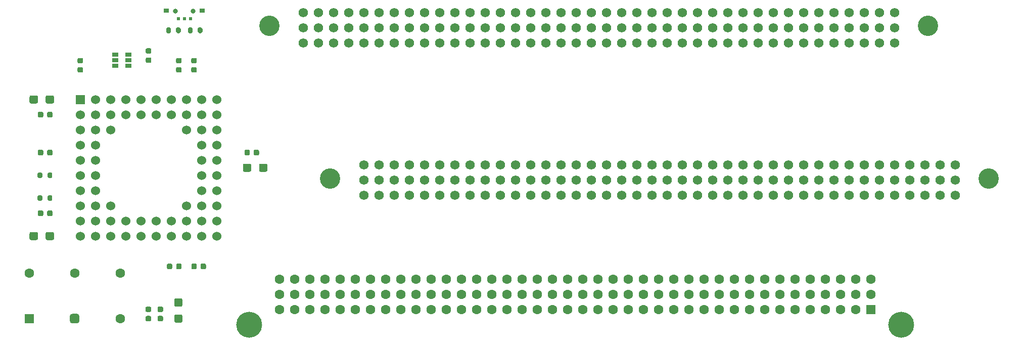
<source format=gbr>
%TF.GenerationSoftware,KiCad,Pcbnew,5.1.9+dfsg1-1~bpo10+1*%
%TF.CreationDate,2024-01-08T18:09:37+01:00*%
%TF.ProjectId,IIsiPDSAdapter,49497369-5044-4534-9164-61707465722e,rev?*%
%TF.SameCoordinates,Original*%
%TF.FileFunction,Soldermask,Top*%
%TF.FilePolarity,Negative*%
%FSLAX46Y46*%
G04 Gerber Fmt 4.6, Leading zero omitted, Abs format (unit mm)*
G04 Created by KiCad (PCBNEW 5.1.9+dfsg1-1~bpo10+1) date 2024-01-08 18:09:37*
%MOMM*%
%LPD*%
G01*
G04 APERTURE LIST*
%ADD10C,3.403600*%
%ADD11C,1.574800*%
%ADD12C,0.800000*%
%ADD13R,0.900000X0.700000*%
%ADD14R,0.600000X0.510000*%
%ADD15C,1.600000*%
%ADD16R,1.600000X1.600000*%
%ADD17R,1.060000X0.650000*%
%ADD18C,1.524000*%
%ADD19R,1.524000X1.524000*%
%ADD20C,4.335000*%
%ADD21C,1.605000*%
%ADD22R,1.605000X1.605000*%
G04 APERTURE END LIST*
D10*
%TO.C,J4*%
X219746100Y-128035200D03*
X109433900Y-128035200D03*
D11*
X115060000Y-130880000D03*
X117600000Y-130880000D03*
X120140000Y-130880000D03*
X122680000Y-130880000D03*
X125220000Y-130880000D03*
X127760000Y-130880000D03*
X130300000Y-130880000D03*
X132840000Y-130880000D03*
X135380000Y-130880000D03*
X137920000Y-130880000D03*
X140460000Y-130880000D03*
X143000000Y-130880000D03*
X145540000Y-130880000D03*
X148080000Y-130880000D03*
X150620000Y-130880000D03*
X153160000Y-130880000D03*
X155700000Y-130880000D03*
X158240000Y-130880000D03*
X160780000Y-130880000D03*
X163320000Y-130880000D03*
X165860000Y-130880000D03*
X168400000Y-130880000D03*
X170940000Y-130880000D03*
X173480000Y-130880000D03*
X176020000Y-130880000D03*
X178560000Y-130880000D03*
X181100000Y-130880000D03*
X183640000Y-130880000D03*
X186180000Y-130880000D03*
X188720000Y-130880000D03*
X191260000Y-130880000D03*
X193800000Y-130880000D03*
X196340000Y-130880000D03*
X198880000Y-130880000D03*
X201420000Y-130880000D03*
X203960000Y-130880000D03*
X206500000Y-130880000D03*
X209040000Y-130880000D03*
X211580000Y-130880000D03*
X214120000Y-130880000D03*
X115060000Y-128340000D03*
X117600000Y-128340000D03*
X120140000Y-128340000D03*
X122680000Y-128340000D03*
X125220000Y-128340000D03*
X127760000Y-128340000D03*
X130300000Y-128340000D03*
X132840000Y-128340000D03*
X135380000Y-128340000D03*
X137920000Y-128340000D03*
X140460000Y-128340000D03*
X143000000Y-128340000D03*
X145540000Y-128340000D03*
X148080000Y-128340000D03*
X150620000Y-128340000D03*
X153160000Y-128340000D03*
X155700000Y-128340000D03*
X158240000Y-128340000D03*
X160780000Y-128340000D03*
X163320000Y-128340000D03*
X165860000Y-128340000D03*
X168400000Y-128340000D03*
X170940000Y-128340000D03*
X173480000Y-128340000D03*
X176020000Y-128340000D03*
X178560000Y-128340000D03*
X181100000Y-128340000D03*
X183640000Y-128340000D03*
X186180000Y-128340000D03*
X188720000Y-128340000D03*
X191260000Y-128340000D03*
X193800000Y-128340000D03*
X196340000Y-128340000D03*
X198880000Y-128340000D03*
X201420000Y-128340000D03*
X203960000Y-128340000D03*
X206500000Y-128340000D03*
X209040000Y-128340000D03*
X211580000Y-128340000D03*
X214120000Y-128340000D03*
X115060000Y-125800000D03*
X117600000Y-125800000D03*
X120140000Y-125800000D03*
X122680000Y-125800000D03*
X125220000Y-125800000D03*
X127760000Y-125800000D03*
X130300000Y-125800000D03*
X132840000Y-125800000D03*
X135380000Y-125800000D03*
X137920000Y-125800000D03*
X140460000Y-125800000D03*
X143000000Y-125800000D03*
X145540000Y-125800000D03*
X148080000Y-125800000D03*
X150620000Y-125800000D03*
X153160000Y-125800000D03*
X155700000Y-125800000D03*
X158240000Y-125800000D03*
X160780000Y-125800000D03*
X163320000Y-125800000D03*
X165860000Y-125800000D03*
X168400000Y-125800000D03*
X170940000Y-125800000D03*
X173480000Y-125800000D03*
X176020000Y-125800000D03*
X178560000Y-125800000D03*
X181100000Y-125800000D03*
X183640000Y-125800000D03*
X186180000Y-125800000D03*
X188720000Y-125800000D03*
X191260000Y-125800000D03*
X193800000Y-125800000D03*
X196340000Y-125800000D03*
X198880000Y-125800000D03*
X201420000Y-125800000D03*
X203960000Y-125800000D03*
X206500000Y-125800000D03*
X209040000Y-125800000D03*
X211580000Y-125800000D03*
X214120000Y-125800000D03*
%TD*%
D12*
%TO.C,S1*%
X83500000Y-100000000D03*
X86500000Y-100000000D03*
D13*
X88000000Y-99925000D03*
X82000000Y-99925000D03*
D14*
X86000000Y-101280000D03*
X85000000Y-101280000D03*
X84000000Y-101280000D03*
%TD*%
%TO.C,C16*%
G36*
G01*
X86870000Y-108775000D02*
X86370000Y-108775000D01*
G75*
G02*
X86145000Y-108550000I0J225000D01*
G01*
X86145000Y-108100000D01*
G75*
G02*
X86370000Y-107875000I225000J0D01*
G01*
X86870000Y-107875000D01*
G75*
G02*
X87095000Y-108100000I0J-225000D01*
G01*
X87095000Y-108550000D01*
G75*
G02*
X86870000Y-108775000I-225000J0D01*
G01*
G37*
G36*
G01*
X86870000Y-110325000D02*
X86370000Y-110325000D01*
G75*
G02*
X86145000Y-110100000I0J225000D01*
G01*
X86145000Y-109650000D01*
G75*
G02*
X86370000Y-109425000I225000J0D01*
G01*
X86870000Y-109425000D01*
G75*
G02*
X87095000Y-109650000I0J-225000D01*
G01*
X87095000Y-110100000D01*
G75*
G02*
X86870000Y-110325000I-225000J0D01*
G01*
G37*
%TD*%
%TO.C,X1*%
G36*
G01*
X65820000Y-151900000D02*
X65820000Y-151100000D01*
G75*
G02*
X66220000Y-150700000I400000J0D01*
G01*
X67020000Y-150700000D01*
G75*
G02*
X67420000Y-151100000I0J-400000D01*
G01*
X67420000Y-151900000D01*
G75*
G02*
X67020000Y-152300000I-400000J0D01*
G01*
X66220000Y-152300000D01*
G75*
G02*
X65820000Y-151900000I0J400000D01*
G01*
G37*
D15*
X66620000Y-143880000D03*
X74240000Y-151500000D03*
X74240000Y-143880000D03*
X59000000Y-143880000D03*
D16*
X59000000Y-151500000D03*
%TD*%
%TO.C,C15*%
G36*
G01*
X83574999Y-150800000D02*
X84425001Y-150800000D01*
G75*
G02*
X84675000Y-151049999I0J-249999D01*
G01*
X84675000Y-151950001D01*
G75*
G02*
X84425001Y-152200000I-249999J0D01*
G01*
X83574999Y-152200000D01*
G75*
G02*
X83325000Y-151950001I0J249999D01*
G01*
X83325000Y-151049999D01*
G75*
G02*
X83574999Y-150800000I249999J0D01*
G01*
G37*
G36*
G01*
X83574999Y-148100000D02*
X84425001Y-148100000D01*
G75*
G02*
X84675000Y-148349999I0J-249999D01*
G01*
X84675000Y-149250001D01*
G75*
G02*
X84425001Y-149500000I-249999J0D01*
G01*
X83574999Y-149500000D01*
G75*
G02*
X83325000Y-149250001I0J249999D01*
G01*
X83325000Y-148349999D01*
G75*
G02*
X83574999Y-148100000I249999J0D01*
G01*
G37*
%TD*%
D17*
%TO.C,U1*%
X75600000Y-108250000D03*
X75600000Y-107300000D03*
X75600000Y-109200000D03*
X73400000Y-109200000D03*
X73400000Y-108250000D03*
X73400000Y-107300000D03*
%TD*%
%TO.C,R5*%
G36*
G01*
X86391000Y-102975000D02*
X86391000Y-103525000D01*
G75*
G02*
X86191000Y-103725000I-200000J0D01*
G01*
X85791000Y-103725000D01*
G75*
G02*
X85591000Y-103525000I0J200000D01*
G01*
X85591000Y-102975000D01*
G75*
G02*
X85791000Y-102775000I200000J0D01*
G01*
X86191000Y-102775000D01*
G75*
G02*
X86391000Y-102975000I0J-200000D01*
G01*
G37*
G36*
G01*
X88041000Y-102975000D02*
X88041000Y-103525000D01*
G75*
G02*
X87841000Y-103725000I-200000J0D01*
G01*
X87441000Y-103725000D01*
G75*
G02*
X87241000Y-103525000I0J200000D01*
G01*
X87241000Y-102975000D01*
G75*
G02*
X87441000Y-102775000I200000J0D01*
G01*
X87841000Y-102775000D01*
G75*
G02*
X88041000Y-102975000I0J-200000D01*
G01*
G37*
%TD*%
%TO.C,R4*%
G36*
G01*
X83600000Y-103525000D02*
X83600000Y-102975000D01*
G75*
G02*
X83800000Y-102775000I200000J0D01*
G01*
X84200000Y-102775000D01*
G75*
G02*
X84400000Y-102975000I0J-200000D01*
G01*
X84400000Y-103525000D01*
G75*
G02*
X84200000Y-103725000I-200000J0D01*
G01*
X83800000Y-103725000D01*
G75*
G02*
X83600000Y-103525000I0J200000D01*
G01*
G37*
G36*
G01*
X81950000Y-103525000D02*
X81950000Y-102975000D01*
G75*
G02*
X82150000Y-102775000I200000J0D01*
G01*
X82550000Y-102775000D01*
G75*
G02*
X82750000Y-102975000I0J-200000D01*
G01*
X82750000Y-103525000D01*
G75*
G02*
X82550000Y-103725000I-200000J0D01*
G01*
X82150000Y-103725000D01*
G75*
G02*
X81950000Y-103525000I0J200000D01*
G01*
G37*
%TD*%
%TO.C,C14*%
G36*
G01*
X79250000Y-107150000D02*
X78750000Y-107150000D01*
G75*
G02*
X78525000Y-106925000I0J225000D01*
G01*
X78525000Y-106475000D01*
G75*
G02*
X78750000Y-106250000I225000J0D01*
G01*
X79250000Y-106250000D01*
G75*
G02*
X79475000Y-106475000I0J-225000D01*
G01*
X79475000Y-106925000D01*
G75*
G02*
X79250000Y-107150000I-225000J0D01*
G01*
G37*
G36*
G01*
X79250000Y-108700000D02*
X78750000Y-108700000D01*
G75*
G02*
X78525000Y-108475000I0J225000D01*
G01*
X78525000Y-108025000D01*
G75*
G02*
X78750000Y-107800000I225000J0D01*
G01*
X79250000Y-107800000D01*
G75*
G02*
X79475000Y-108025000I0J-225000D01*
G01*
X79475000Y-108475000D01*
G75*
G02*
X79250000Y-108700000I-225000J0D01*
G01*
G37*
%TD*%
%TO.C,C7*%
G36*
G01*
X87720000Y-143013000D02*
X87720000Y-142513000D01*
G75*
G02*
X87945000Y-142288000I225000J0D01*
G01*
X88395000Y-142288000D01*
G75*
G02*
X88620000Y-142513000I0J-225000D01*
G01*
X88620000Y-143013000D01*
G75*
G02*
X88395000Y-143238000I-225000J0D01*
G01*
X87945000Y-143238000D01*
G75*
G02*
X87720000Y-143013000I0J225000D01*
G01*
G37*
G36*
G01*
X86170000Y-143013000D02*
X86170000Y-142513000D01*
G75*
G02*
X86395000Y-142288000I225000J0D01*
G01*
X86845000Y-142288000D01*
G75*
G02*
X87070000Y-142513000I0J-225000D01*
G01*
X87070000Y-143013000D01*
G75*
G02*
X86845000Y-143238000I-225000J0D01*
G01*
X86395000Y-143238000D01*
G75*
G02*
X86170000Y-143013000I0J225000D01*
G01*
G37*
%TD*%
%TO.C,C4*%
G36*
G01*
X96610000Y-123960000D02*
X96610000Y-123460000D01*
G75*
G02*
X96835000Y-123235000I225000J0D01*
G01*
X97285000Y-123235000D01*
G75*
G02*
X97510000Y-123460000I0J-225000D01*
G01*
X97510000Y-123960000D01*
G75*
G02*
X97285000Y-124185000I-225000J0D01*
G01*
X96835000Y-124185000D01*
G75*
G02*
X96610000Y-123960000I0J225000D01*
G01*
G37*
G36*
G01*
X95060000Y-123960000D02*
X95060000Y-123460000D01*
G75*
G02*
X95285000Y-123235000I225000J0D01*
G01*
X95735000Y-123235000D01*
G75*
G02*
X95960000Y-123460000I0J-225000D01*
G01*
X95960000Y-123960000D01*
G75*
G02*
X95735000Y-124185000I-225000J0D01*
G01*
X95285000Y-124185000D01*
G75*
G02*
X95060000Y-123960000I0J225000D01*
G01*
G37*
%TD*%
%TO.C,C3*%
G36*
G01*
X84330000Y-108775000D02*
X83830000Y-108775000D01*
G75*
G02*
X83605000Y-108550000I0J225000D01*
G01*
X83605000Y-108100000D01*
G75*
G02*
X83830000Y-107875000I225000J0D01*
G01*
X84330000Y-107875000D01*
G75*
G02*
X84555000Y-108100000I0J-225000D01*
G01*
X84555000Y-108550000D01*
G75*
G02*
X84330000Y-108775000I-225000J0D01*
G01*
G37*
G36*
G01*
X84330000Y-110325000D02*
X83830000Y-110325000D01*
G75*
G02*
X83605000Y-110100000I0J225000D01*
G01*
X83605000Y-109650000D01*
G75*
G02*
X83830000Y-109425000I225000J0D01*
G01*
X84330000Y-109425000D01*
G75*
G02*
X84555000Y-109650000I0J-225000D01*
G01*
X84555000Y-110100000D01*
G75*
G02*
X84330000Y-110325000I-225000J0D01*
G01*
G37*
%TD*%
%TO.C,C2*%
G36*
G01*
X61370000Y-123460000D02*
X61370000Y-123960000D01*
G75*
G02*
X61145000Y-124185000I-225000J0D01*
G01*
X60695000Y-124185000D01*
G75*
G02*
X60470000Y-123960000I0J225000D01*
G01*
X60470000Y-123460000D01*
G75*
G02*
X60695000Y-123235000I225000J0D01*
G01*
X61145000Y-123235000D01*
G75*
G02*
X61370000Y-123460000I0J-225000D01*
G01*
G37*
G36*
G01*
X62920000Y-123460000D02*
X62920000Y-123960000D01*
G75*
G02*
X62695000Y-124185000I-225000J0D01*
G01*
X62245000Y-124185000D01*
G75*
G02*
X62020000Y-123960000I0J225000D01*
G01*
X62020000Y-123460000D01*
G75*
G02*
X62245000Y-123235000I225000J0D01*
G01*
X62695000Y-123235000D01*
G75*
G02*
X62920000Y-123460000I0J-225000D01*
G01*
G37*
%TD*%
%TO.C,C1*%
G36*
G01*
X61370000Y-133620000D02*
X61370000Y-134120000D01*
G75*
G02*
X61145000Y-134345000I-225000J0D01*
G01*
X60695000Y-134345000D01*
G75*
G02*
X60470000Y-134120000I0J225000D01*
G01*
X60470000Y-133620000D01*
G75*
G02*
X60695000Y-133395000I225000J0D01*
G01*
X61145000Y-133395000D01*
G75*
G02*
X61370000Y-133620000I0J-225000D01*
G01*
G37*
G36*
G01*
X62920000Y-133620000D02*
X62920000Y-134120000D01*
G75*
G02*
X62695000Y-134345000I-225000J0D01*
G01*
X62245000Y-134345000D01*
G75*
G02*
X62020000Y-134120000I0J225000D01*
G01*
X62020000Y-133620000D01*
G75*
G02*
X62245000Y-133395000I225000J0D01*
G01*
X62695000Y-133395000D01*
G75*
G02*
X62920000Y-133620000I0J-225000D01*
G01*
G37*
%TD*%
D18*
%TO.C,J2*%
X90430000Y-114820000D03*
X87890000Y-114820000D03*
X85350000Y-114820000D03*
X82810000Y-114820000D03*
X80270000Y-114820000D03*
X77730000Y-114820000D03*
X75190000Y-114820000D03*
X72650000Y-114820000D03*
X70110000Y-114820000D03*
D19*
X67570000Y-114820000D03*
D18*
X90430000Y-117360000D03*
X87890000Y-117360000D03*
X85350000Y-117360000D03*
X82810000Y-117360000D03*
X80270000Y-117360000D03*
X77730000Y-117360000D03*
X75190000Y-117360000D03*
X72650000Y-117360000D03*
X70110000Y-117360000D03*
X67570000Y-117360000D03*
X90430000Y-119900000D03*
X87890000Y-119900000D03*
X85350000Y-119900000D03*
X72650000Y-119900000D03*
X70110000Y-119900000D03*
X67570000Y-119900000D03*
X90430000Y-122440000D03*
X87890000Y-122440000D03*
X70110000Y-122440000D03*
X67570000Y-122440000D03*
X90430000Y-124980000D03*
X87890000Y-124980000D03*
X70110000Y-124980000D03*
X67570000Y-124980000D03*
X90430000Y-127520000D03*
X87890000Y-127520000D03*
X70110000Y-127520000D03*
X67570000Y-127520000D03*
X90430000Y-130060000D03*
X87890000Y-130060000D03*
X70110000Y-130060000D03*
X67570000Y-130060000D03*
X90430000Y-132600000D03*
X87890000Y-132600000D03*
X85350000Y-132600000D03*
X72650000Y-132600000D03*
X70110000Y-132600000D03*
X67570000Y-132600000D03*
X90430000Y-135140000D03*
X87890000Y-135140000D03*
X85350000Y-135140000D03*
X82810000Y-135140000D03*
X80270000Y-135140000D03*
X77730000Y-135140000D03*
X75190000Y-135140000D03*
X72650000Y-135140000D03*
X70110000Y-135140000D03*
X67570000Y-135140000D03*
X90430000Y-137680000D03*
X87890000Y-137680000D03*
X85350000Y-137680000D03*
X82810000Y-137680000D03*
X80270000Y-137680000D03*
X77730000Y-137680000D03*
X75190000Y-137680000D03*
X72650000Y-137680000D03*
X70110000Y-137680000D03*
X67570000Y-137680000D03*
%TD*%
%TO.C,C13*%
G36*
G01*
X60470000Y-137254999D02*
X60470000Y-138105001D01*
G75*
G02*
X60220001Y-138355000I-249999J0D01*
G01*
X59319999Y-138355000D01*
G75*
G02*
X59070000Y-138105001I0J249999D01*
G01*
X59070000Y-137254999D01*
G75*
G02*
X59319999Y-137005000I249999J0D01*
G01*
X60220001Y-137005000D01*
G75*
G02*
X60470000Y-137254999I0J-249999D01*
G01*
G37*
G36*
G01*
X63170000Y-137254999D02*
X63170000Y-138105001D01*
G75*
G02*
X62920001Y-138355000I-249999J0D01*
G01*
X62019999Y-138355000D01*
G75*
G02*
X61770000Y-138105001I0J249999D01*
G01*
X61770000Y-137254999D01*
G75*
G02*
X62019999Y-137005000I249999J0D01*
G01*
X62920001Y-137005000D01*
G75*
G02*
X63170000Y-137254999I0J-249999D01*
G01*
G37*
%TD*%
%TO.C,C8*%
G36*
G01*
X82980000Y-142513000D02*
X82980000Y-143013000D01*
G75*
G02*
X82755000Y-143238000I-225000J0D01*
G01*
X82305000Y-143238000D01*
G75*
G02*
X82080000Y-143013000I0J225000D01*
G01*
X82080000Y-142513000D01*
G75*
G02*
X82305000Y-142288000I225000J0D01*
G01*
X82755000Y-142288000D01*
G75*
G02*
X82980000Y-142513000I0J-225000D01*
G01*
G37*
G36*
G01*
X84530000Y-142513000D02*
X84530000Y-143013000D01*
G75*
G02*
X84305000Y-143238000I-225000J0D01*
G01*
X83855000Y-143238000D01*
G75*
G02*
X83630000Y-143013000I0J225000D01*
G01*
X83630000Y-142513000D01*
G75*
G02*
X83855000Y-142288000I225000J0D01*
G01*
X84305000Y-142288000D01*
G75*
G02*
X84530000Y-142513000I0J-225000D01*
G01*
G37*
%TD*%
%TO.C,C12*%
G36*
G01*
X60470000Y-114394999D02*
X60470000Y-115245001D01*
G75*
G02*
X60220001Y-115495000I-249999J0D01*
G01*
X59319999Y-115495000D01*
G75*
G02*
X59070000Y-115245001I0J249999D01*
G01*
X59070000Y-114394999D01*
G75*
G02*
X59319999Y-114145000I249999J0D01*
G01*
X60220001Y-114145000D01*
G75*
G02*
X60470000Y-114394999I0J-249999D01*
G01*
G37*
G36*
G01*
X63170000Y-114394999D02*
X63170000Y-115245001D01*
G75*
G02*
X62920001Y-115495000I-249999J0D01*
G01*
X62019999Y-115495000D01*
G75*
G02*
X61770000Y-115245001I0J249999D01*
G01*
X61770000Y-114394999D01*
G75*
G02*
X62019999Y-114145000I249999J0D01*
G01*
X62920001Y-114145000D01*
G75*
G02*
X63170000Y-114394999I0J-249999D01*
G01*
G37*
%TD*%
%TO.C,C11*%
G36*
G01*
X97510000Y-126675001D02*
X97510000Y-125824999D01*
G75*
G02*
X97759999Y-125575000I249999J0D01*
G01*
X98660001Y-125575000D01*
G75*
G02*
X98910000Y-125824999I0J-249999D01*
G01*
X98910000Y-126675001D01*
G75*
G02*
X98660001Y-126925000I-249999J0D01*
G01*
X97759999Y-126925000D01*
G75*
G02*
X97510000Y-126675001I0J249999D01*
G01*
G37*
G36*
G01*
X94810000Y-126675001D02*
X94810000Y-125824999D01*
G75*
G02*
X95059999Y-125575000I249999J0D01*
G01*
X95960001Y-125575000D01*
G75*
G02*
X96210000Y-125824999I0J-249999D01*
G01*
X96210000Y-126675001D01*
G75*
G02*
X95960001Y-126925000I-249999J0D01*
G01*
X95059999Y-126925000D01*
G75*
G02*
X94810000Y-126675001I0J249999D01*
G01*
G37*
%TD*%
%TO.C,C10*%
G36*
G01*
X80720000Y-151050000D02*
X81220000Y-151050000D01*
G75*
G02*
X81445000Y-151275000I0J-225000D01*
G01*
X81445000Y-151725000D01*
G75*
G02*
X81220000Y-151950000I-225000J0D01*
G01*
X80720000Y-151950000D01*
G75*
G02*
X80495000Y-151725000I0J225000D01*
G01*
X80495000Y-151275000D01*
G75*
G02*
X80720000Y-151050000I225000J0D01*
G01*
G37*
G36*
G01*
X80720000Y-149500000D02*
X81220000Y-149500000D01*
G75*
G02*
X81445000Y-149725000I0J-225000D01*
G01*
X81445000Y-150175000D01*
G75*
G02*
X81220000Y-150400000I-225000J0D01*
G01*
X80720000Y-150400000D01*
G75*
G02*
X80495000Y-150175000I0J225000D01*
G01*
X80495000Y-149725000D01*
G75*
G02*
X80720000Y-149500000I225000J0D01*
G01*
G37*
%TD*%
%TO.C,C9*%
G36*
G01*
X78720000Y-151050000D02*
X79220000Y-151050000D01*
G75*
G02*
X79445000Y-151275000I0J-225000D01*
G01*
X79445000Y-151725000D01*
G75*
G02*
X79220000Y-151950000I-225000J0D01*
G01*
X78720000Y-151950000D01*
G75*
G02*
X78495000Y-151725000I0J225000D01*
G01*
X78495000Y-151275000D01*
G75*
G02*
X78720000Y-151050000I225000J0D01*
G01*
G37*
G36*
G01*
X78720000Y-149500000D02*
X79220000Y-149500000D01*
G75*
G02*
X79445000Y-149725000I0J-225000D01*
G01*
X79445000Y-150175000D01*
G75*
G02*
X79220000Y-150400000I-225000J0D01*
G01*
X78720000Y-150400000D01*
G75*
G02*
X78495000Y-150175000I0J225000D01*
G01*
X78495000Y-149725000D01*
G75*
G02*
X78720000Y-149500000I225000J0D01*
G01*
G37*
%TD*%
%TO.C,R2*%
G36*
G01*
X61220000Y-131055000D02*
X61220000Y-131605000D01*
G75*
G02*
X61020000Y-131805000I-200000J0D01*
G01*
X60620000Y-131805000D01*
G75*
G02*
X60420000Y-131605000I0J200000D01*
G01*
X60420000Y-131055000D01*
G75*
G02*
X60620000Y-130855000I200000J0D01*
G01*
X61020000Y-130855000D01*
G75*
G02*
X61220000Y-131055000I0J-200000D01*
G01*
G37*
G36*
G01*
X62870000Y-131055000D02*
X62870000Y-131605000D01*
G75*
G02*
X62670000Y-131805000I-200000J0D01*
G01*
X62270000Y-131805000D01*
G75*
G02*
X62070000Y-131605000I0J200000D01*
G01*
X62070000Y-131055000D01*
G75*
G02*
X62270000Y-130855000I200000J0D01*
G01*
X62670000Y-130855000D01*
G75*
G02*
X62870000Y-131055000I0J-200000D01*
G01*
G37*
%TD*%
%TO.C,R1*%
G36*
G01*
X61220000Y-127245000D02*
X61220000Y-127795000D01*
G75*
G02*
X61020000Y-127995000I-200000J0D01*
G01*
X60620000Y-127995000D01*
G75*
G02*
X60420000Y-127795000I0J200000D01*
G01*
X60420000Y-127245000D01*
G75*
G02*
X60620000Y-127045000I200000J0D01*
G01*
X61020000Y-127045000D01*
G75*
G02*
X61220000Y-127245000I0J-200000D01*
G01*
G37*
G36*
G01*
X62870000Y-127245000D02*
X62870000Y-127795000D01*
G75*
G02*
X62670000Y-127995000I-200000J0D01*
G01*
X62270000Y-127995000D01*
G75*
G02*
X62070000Y-127795000I0J200000D01*
G01*
X62070000Y-127245000D01*
G75*
G02*
X62270000Y-127045000I200000J0D01*
G01*
X62670000Y-127045000D01*
G75*
G02*
X62870000Y-127245000I0J-200000D01*
G01*
G37*
%TD*%
D20*
%TO.C,J1*%
X95860000Y-152540000D03*
X205080000Y-152540000D03*
D21*
X100940000Y-144920000D03*
X103480000Y-144920000D03*
X106020000Y-144920000D03*
X108560000Y-144920000D03*
X111100000Y-144920000D03*
X113640000Y-144920000D03*
X116180000Y-144920000D03*
X118720000Y-144920000D03*
X121260000Y-144920000D03*
X123800000Y-144920000D03*
X126340000Y-144920000D03*
X128880000Y-144920000D03*
X131420000Y-144920000D03*
X133960000Y-144920000D03*
X136500000Y-144920000D03*
X139040000Y-144920000D03*
X141580000Y-144920000D03*
X144120000Y-144920000D03*
X146660000Y-144920000D03*
X149200000Y-144920000D03*
X151740000Y-144920000D03*
X154280000Y-144920000D03*
X156820000Y-144920000D03*
X159360000Y-144920000D03*
X161900000Y-144920000D03*
X164440000Y-144920000D03*
X166980000Y-144920000D03*
X169520000Y-144920000D03*
X172060000Y-144920000D03*
X174600000Y-144920000D03*
X177140000Y-144920000D03*
X179680000Y-144920000D03*
X182220000Y-144920000D03*
X184760000Y-144920000D03*
X187300000Y-144920000D03*
X189840000Y-144920000D03*
X192380000Y-144920000D03*
X194920000Y-144920000D03*
X197460000Y-144920000D03*
X200000000Y-144920000D03*
X100940000Y-147460000D03*
X103480000Y-147460000D03*
X106020000Y-147460000D03*
X108560000Y-147460000D03*
X111100000Y-147460000D03*
X113640000Y-147460000D03*
X116180000Y-147460000D03*
X118720000Y-147460000D03*
X121260000Y-147460000D03*
X123800000Y-147460000D03*
X126340000Y-147460000D03*
X128880000Y-147460000D03*
X131420000Y-147460000D03*
X133960000Y-147460000D03*
X136500000Y-147460000D03*
X139040000Y-147460000D03*
X141580000Y-147460000D03*
X144120000Y-147460000D03*
X146660000Y-147460000D03*
X149200000Y-147460000D03*
X151740000Y-147460000D03*
X154280000Y-147460000D03*
X156820000Y-147460000D03*
X159360000Y-147460000D03*
X161900000Y-147460000D03*
X164440000Y-147460000D03*
X166980000Y-147460000D03*
X169520000Y-147460000D03*
X172060000Y-147460000D03*
X174600000Y-147460000D03*
X177140000Y-147460000D03*
X179680000Y-147460000D03*
X182220000Y-147460000D03*
X184760000Y-147460000D03*
X187300000Y-147460000D03*
X189840000Y-147460000D03*
X192380000Y-147460000D03*
X194920000Y-147460000D03*
X197460000Y-147460000D03*
X200000000Y-147460000D03*
X100940000Y-150000000D03*
X103480000Y-150000000D03*
X106020000Y-150000000D03*
X108560000Y-150000000D03*
X111100000Y-150000000D03*
X113640000Y-150000000D03*
X116180000Y-150000000D03*
X118720000Y-150000000D03*
X121260000Y-150000000D03*
X123800000Y-150000000D03*
X126340000Y-150000000D03*
X128880000Y-150000000D03*
X131420000Y-150000000D03*
X133960000Y-150000000D03*
X136500000Y-150000000D03*
X139040000Y-150000000D03*
X141580000Y-150000000D03*
X144120000Y-150000000D03*
X146660000Y-150000000D03*
X149200000Y-150000000D03*
X151740000Y-150000000D03*
X154280000Y-150000000D03*
X156820000Y-150000000D03*
X159360000Y-150000000D03*
X161900000Y-150000000D03*
X164440000Y-150000000D03*
X166980000Y-150000000D03*
X169520000Y-150000000D03*
X172060000Y-150000000D03*
X174600000Y-150000000D03*
X177140000Y-150000000D03*
X179680000Y-150000000D03*
X182220000Y-150000000D03*
X184760000Y-150000000D03*
X187300000Y-150000000D03*
X189840000Y-150000000D03*
X192380000Y-150000000D03*
X194920000Y-150000000D03*
X197460000Y-150000000D03*
D22*
X200000000Y-150000000D03*
%TD*%
%TO.C,C5*%
G36*
G01*
X61370000Y-117110000D02*
X61370000Y-117610000D01*
G75*
G02*
X61145000Y-117835000I-225000J0D01*
G01*
X60695000Y-117835000D01*
G75*
G02*
X60470000Y-117610000I0J225000D01*
G01*
X60470000Y-117110000D01*
G75*
G02*
X60695000Y-116885000I225000J0D01*
G01*
X61145000Y-116885000D01*
G75*
G02*
X61370000Y-117110000I0J-225000D01*
G01*
G37*
G36*
G01*
X62920000Y-117110000D02*
X62920000Y-117610000D01*
G75*
G02*
X62695000Y-117835000I-225000J0D01*
G01*
X62245000Y-117835000D01*
G75*
G02*
X62020000Y-117610000I0J225000D01*
G01*
X62020000Y-117110000D01*
G75*
G02*
X62245000Y-116885000I225000J0D01*
G01*
X62695000Y-116885000D01*
G75*
G02*
X62920000Y-117110000I0J-225000D01*
G01*
G37*
%TD*%
%TO.C,C6*%
G36*
G01*
X67820000Y-108775000D02*
X67320000Y-108775000D01*
G75*
G02*
X67095000Y-108550000I0J225000D01*
G01*
X67095000Y-108100000D01*
G75*
G02*
X67320000Y-107875000I225000J0D01*
G01*
X67820000Y-107875000D01*
G75*
G02*
X68045000Y-108100000I0J-225000D01*
G01*
X68045000Y-108550000D01*
G75*
G02*
X67820000Y-108775000I-225000J0D01*
G01*
G37*
G36*
G01*
X67820000Y-110325000D02*
X67320000Y-110325000D01*
G75*
G02*
X67095000Y-110100000I0J225000D01*
G01*
X67095000Y-109650000D01*
G75*
G02*
X67320000Y-109425000I225000J0D01*
G01*
X67820000Y-109425000D01*
G75*
G02*
X68045000Y-109650000I0J-225000D01*
G01*
X68045000Y-110100000D01*
G75*
G02*
X67820000Y-110325000I-225000J0D01*
G01*
G37*
%TD*%
D10*
%TO.C,J3*%
X209576100Y-102535200D03*
X99263900Y-102535200D03*
D11*
X104890000Y-105380000D03*
X107430000Y-105380000D03*
X109970000Y-105380000D03*
X112510000Y-105380000D03*
X115050000Y-105380000D03*
X117590000Y-105380000D03*
X120130000Y-105380000D03*
X122670000Y-105380000D03*
X125210000Y-105380000D03*
X127750000Y-105380000D03*
X130290000Y-105380000D03*
X132830000Y-105380000D03*
X135370000Y-105380000D03*
X137910000Y-105380000D03*
X140450000Y-105380000D03*
X142990000Y-105380000D03*
X145530000Y-105380000D03*
X148070000Y-105380000D03*
X150610000Y-105380000D03*
X153150000Y-105380000D03*
X155690000Y-105380000D03*
X158230000Y-105380000D03*
X160770000Y-105380000D03*
X163310000Y-105380000D03*
X165850000Y-105380000D03*
X168390000Y-105380000D03*
X170930000Y-105380000D03*
X173470000Y-105380000D03*
X176010000Y-105380000D03*
X178550000Y-105380000D03*
X181090000Y-105380000D03*
X183630000Y-105380000D03*
X186170000Y-105380000D03*
X188710000Y-105380000D03*
X191250000Y-105380000D03*
X193790000Y-105380000D03*
X196330000Y-105380000D03*
X198870000Y-105380000D03*
X201410000Y-105380000D03*
X203950000Y-105380000D03*
X104890000Y-102840000D03*
X107430000Y-102840000D03*
X109970000Y-102840000D03*
X112510000Y-102840000D03*
X115050000Y-102840000D03*
X117590000Y-102840000D03*
X120130000Y-102840000D03*
X122670000Y-102840000D03*
X125210000Y-102840000D03*
X127750000Y-102840000D03*
X130290000Y-102840000D03*
X132830000Y-102840000D03*
X135370000Y-102840000D03*
X137910000Y-102840000D03*
X140450000Y-102840000D03*
X142990000Y-102840000D03*
X145530000Y-102840000D03*
X148070000Y-102840000D03*
X150610000Y-102840000D03*
X153150000Y-102840000D03*
X155690000Y-102840000D03*
X158230000Y-102840000D03*
X160770000Y-102840000D03*
X163310000Y-102840000D03*
X165850000Y-102840000D03*
X168390000Y-102840000D03*
X170930000Y-102840000D03*
X173470000Y-102840000D03*
X176010000Y-102840000D03*
X178550000Y-102840000D03*
X181090000Y-102840000D03*
X183630000Y-102840000D03*
X186170000Y-102840000D03*
X188710000Y-102840000D03*
X191250000Y-102840000D03*
X193790000Y-102840000D03*
X196330000Y-102840000D03*
X198870000Y-102840000D03*
X201410000Y-102840000D03*
X203950000Y-102840000D03*
X104890000Y-100300000D03*
X107430000Y-100300000D03*
X109970000Y-100300000D03*
X112510000Y-100300000D03*
X115050000Y-100300000D03*
X117590000Y-100300000D03*
X120130000Y-100300000D03*
X122670000Y-100300000D03*
X125210000Y-100300000D03*
X127750000Y-100300000D03*
X130290000Y-100300000D03*
X132830000Y-100300000D03*
X135370000Y-100300000D03*
X137910000Y-100300000D03*
X140450000Y-100300000D03*
X142990000Y-100300000D03*
X145530000Y-100300000D03*
X148070000Y-100300000D03*
X150610000Y-100300000D03*
X153150000Y-100300000D03*
X155690000Y-100300000D03*
X158230000Y-100300000D03*
X160770000Y-100300000D03*
X163310000Y-100300000D03*
X165850000Y-100300000D03*
X168390000Y-100300000D03*
X170930000Y-100300000D03*
X173470000Y-100300000D03*
X176010000Y-100300000D03*
X178550000Y-100300000D03*
X181090000Y-100300000D03*
X183630000Y-100300000D03*
X186170000Y-100300000D03*
X188710000Y-100300000D03*
X191250000Y-100300000D03*
X193790000Y-100300000D03*
X196330000Y-100300000D03*
X198870000Y-100300000D03*
X201410000Y-100300000D03*
X203950000Y-100300000D03*
%TD*%
M02*

</source>
